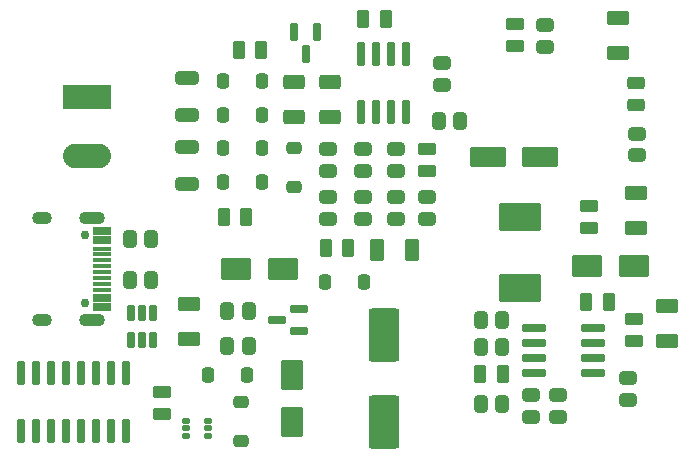
<source format=gts>
G04 #@! TF.GenerationSoftware,KiCad,Pcbnew,9.0.4*
G04 #@! TF.CreationDate,2025-10-03T12:39:18+02:00*
G04 #@! TF.ProjectId,Mini-EMS-ESP,4d696e69-2d45-44d5-932d-4553502e6b69,rev?*
G04 #@! TF.SameCoordinates,Original*
G04 #@! TF.FileFunction,Soldermask,Top*
G04 #@! TF.FilePolarity,Negative*
%FSLAX46Y46*%
G04 Gerber Fmt 4.6, Leading zero omitted, Abs format (unit mm)*
G04 Created by KiCad (PCBNEW 9.0.4) date 2025-10-03 12:39:18*
%MOMM*%
%LPD*%
G01*
G04 APERTURE LIST*
G04 Aperture macros list*
%AMRoundRect*
0 Rectangle with rounded corners*
0 $1 Rounding radius*
0 $2 $3 $4 $5 $6 $7 $8 $9 X,Y pos of 4 corners*
0 Add a 4 corners polygon primitive as box body*
4,1,4,$2,$3,$4,$5,$6,$7,$8,$9,$2,$3,0*
0 Add four circle primitives for the rounded corners*
1,1,$1+$1,$2,$3*
1,1,$1+$1,$4,$5*
1,1,$1+$1,$6,$7*
1,1,$1+$1,$8,$9*
0 Add four rect primitives between the rounded corners*
20,1,$1+$1,$2,$3,$4,$5,0*
20,1,$1+$1,$4,$5,$6,$7,0*
20,1,$1+$1,$6,$7,$8,$9,0*
20,1,$1+$1,$8,$9,$2,$3,0*%
G04 Aperture macros list end*
%ADD10O,1.700000X1.100000*%
%ADD11O,2.200000X1.100000*%
%ADD12RoundRect,0.050000X-0.725000X0.300000X-0.725000X-0.300000X0.725000X-0.300000X0.725000X0.300000X0*%
%ADD13RoundRect,0.050000X-0.725000X0.150000X-0.725000X-0.150000X0.725000X-0.150000X0.725000X0.150000X0*%
%ADD14C,0.750000*%
%ADD15RoundRect,0.274390X-0.475610X0.288110X-0.475610X-0.288110X0.475610X-0.288110X0.475610X0.288110X0*%
%ADD16RoundRect,0.175000X0.612500X0.175000X-0.612500X0.175000X-0.612500X-0.175000X0.612500X-0.175000X0*%
%ADD17RoundRect,0.275000X0.275000X0.500000X-0.275000X0.500000X-0.275000X-0.500000X0.275000X-0.500000X0*%
%ADD18RoundRect,0.275000X-0.500000X0.275000X-0.500000X-0.275000X0.500000X-0.275000X0.500000X0.275000X0*%
%ADD19RoundRect,0.250000X-0.250000X-0.400000X0.250000X-0.400000X0.250000X0.400000X-0.250000X0.400000X0*%
%ADD20RoundRect,0.275000X0.500000X-0.275000X0.500000X0.275000X-0.500000X0.275000X-0.500000X-0.275000X0*%
%ADD21RoundRect,0.050000X-1.980000X0.990000X-1.980000X-0.990000X1.980000X-0.990000X1.980000X0.990000X0*%
%ADD22O,4.060000X2.080000*%
%ADD23RoundRect,0.271739X0.678261X-0.353261X0.678261X0.353261X-0.678261X0.353261X-0.678261X-0.353261X0*%
%ADD24RoundRect,0.175000X-0.175000X0.850000X-0.175000X-0.850000X0.175000X-0.850000X0.175000X0.850000X0*%
%ADD25RoundRect,0.175000X-0.175000X0.612500X-0.175000X-0.612500X0.175000X-0.612500X0.175000X0.612500X0*%
%ADD26RoundRect,0.274390X-0.288110X-0.475610X0.288110X-0.475610X0.288110X0.475610X-0.288110X0.475610X0*%
%ADD27RoundRect,0.263889X-1.036111X-0.686111X1.036111X-0.686111X1.036111X0.686111X-1.036111X0.686111X0*%
%ADD28RoundRect,0.268750X-0.481250X0.268750X-0.481250X-0.268750X0.481250X-0.268750X0.481250X0.268750X0*%
%ADD29RoundRect,0.275000X-0.275000X-0.500000X0.275000X-0.500000X0.275000X0.500000X-0.275000X0.500000X0*%
%ADD30RoundRect,0.250000X0.250000X0.400000X-0.250000X0.400000X-0.250000X-0.400000X0.250000X-0.400000X0*%
%ADD31RoundRect,0.260638X1.539362X-0.964362X1.539362X0.964362X-1.539362X0.964362X-1.539362X-0.964362X0*%
%ADD32RoundRect,0.274390X0.288110X0.475610X-0.288110X0.475610X-0.288110X-0.475610X0.288110X-0.475610X0*%
%ADD33RoundRect,0.274390X0.475610X-0.288110X0.475610X0.288110X-0.475610X0.288110X-0.475610X-0.288110X0*%
%ADD34RoundRect,0.175000X-0.850000X-0.175000X0.850000X-0.175000X0.850000X0.175000X-0.850000X0.175000X0*%
%ADD35RoundRect,0.271739X-0.678261X0.353261X-0.678261X-0.353261X0.678261X-0.353261X0.678261X0.353261X0*%
%ADD36RoundRect,0.272222X0.652778X-0.340278X0.652778X0.340278X-0.652778X0.340278X-0.652778X-0.340278X0*%
%ADD37RoundRect,0.265625X-1.284375X-0.584375X1.284375X-0.584375X1.284375X0.584375X-1.284375X0.584375X0*%
%ADD38RoundRect,0.260000X1.040000X-1.990000X1.040000X1.990000X-1.040000X1.990000X-1.040000X-1.990000X0*%
%ADD39RoundRect,0.273809X0.726191X-0.301191X0.726191X0.301191X-0.726191X0.301191X-0.726191X-0.301191X0*%
%ADD40RoundRect,0.271739X0.353261X0.678261X-0.353261X0.678261X-0.353261X-0.678261X0.353261X-0.678261X0*%
%ADD41RoundRect,0.263889X-0.686111X1.036111X-0.686111X-1.036111X0.686111X-1.036111X0.686111X1.036111X0*%
%ADD42RoundRect,0.175000X-0.175000X0.537500X-0.175000X-0.537500X0.175000X-0.537500X0.175000X0.537500X0*%
%ADD43RoundRect,0.125000X0.250000X0.125000X-0.250000X0.125000X-0.250000X-0.125000X0.250000X-0.125000X0*%
%ADD44RoundRect,0.250000X-0.400000X0.250000X-0.400000X-0.250000X0.400000X-0.250000X0.400000X0.250000X0*%
G04 APERTURE END LIST*
D10*
X73826000Y-113032000D03*
D11*
X78006000Y-113032000D03*
D10*
X73826000Y-104392000D03*
D11*
X78006000Y-104392000D03*
D12*
X78921000Y-111937000D03*
X78921000Y-111162000D03*
D13*
X78921000Y-110462000D03*
X78921000Y-109962000D03*
X78921000Y-109462000D03*
X78921000Y-108962000D03*
X78921000Y-108462000D03*
X78921000Y-107962000D03*
X78921000Y-107462000D03*
X78921000Y-106962000D03*
D12*
X78921000Y-106262000D03*
X78921000Y-105487000D03*
D14*
X77476000Y-111602000D03*
X77476000Y-105822000D03*
D15*
X107696000Y-91289500D03*
X107696000Y-93114500D03*
D16*
X95552500Y-113980000D03*
X95552500Y-112080000D03*
X93677500Y-113030000D03*
D17*
X121788000Y-111506000D03*
X119888000Y-111506000D03*
D18*
X106426000Y-98491000D03*
X106426000Y-100391000D03*
X120142000Y-103317000D03*
X120142000Y-105217000D03*
D19*
X89155000Y-101303667D03*
X92455000Y-101303667D03*
D20*
X123952000Y-114803000D03*
X123952000Y-112903000D03*
D21*
X77597000Y-94136000D03*
D22*
X77597000Y-99136000D03*
D23*
X86233000Y-114632000D03*
X86233000Y-111682000D03*
D24*
X104648000Y-90489000D03*
X103378000Y-90489000D03*
X102108000Y-90489000D03*
X100838000Y-90489000D03*
X100838000Y-95439000D03*
X102108000Y-95439000D03*
X103378000Y-95439000D03*
X104648000Y-95439000D03*
D25*
X97089000Y-88597500D03*
X95189000Y-88597500D03*
X96139000Y-90472500D03*
D15*
X103759000Y-102592500D03*
X103759000Y-104417500D03*
D24*
X80899000Y-117478000D03*
X79629000Y-117478000D03*
X78359000Y-117478000D03*
X77089000Y-117478000D03*
X75819000Y-117478000D03*
X74549000Y-117478000D03*
X73279000Y-117478000D03*
X72009000Y-117478000D03*
X72009000Y-122428000D03*
X73279000Y-122428000D03*
X74549000Y-122428000D03*
X75819000Y-122428000D03*
X77089000Y-122428000D03*
X78359000Y-122428000D03*
X79629000Y-122428000D03*
X80899000Y-122428000D03*
D15*
X98044000Y-98528500D03*
X98044000Y-100353500D03*
D26*
X110974500Y-120142000D03*
X112799500Y-120142000D03*
D15*
X123444000Y-117959500D03*
X123444000Y-119784500D03*
D27*
X119920000Y-108458000D03*
X123920000Y-108458000D03*
D28*
X124104400Y-92940900D03*
X124104400Y-94815900D03*
D29*
X101031000Y-87565000D03*
X102931000Y-87565000D03*
D30*
X92455000Y-95631000D03*
X89155000Y-95631000D03*
D31*
X114300000Y-110340000D03*
X114300000Y-104290000D03*
D32*
X112799500Y-115316000D03*
X110974500Y-115316000D03*
D26*
X89511500Y-115189000D03*
X91336500Y-115189000D03*
D15*
X100965000Y-98528500D03*
X100965000Y-100353500D03*
X100965000Y-102592500D03*
X100965000Y-104417500D03*
D33*
X103759000Y-100353500D03*
X103759000Y-98528500D03*
D34*
X115508000Y-113665000D03*
X115508000Y-114935000D03*
X115508000Y-116205000D03*
X115508000Y-117475000D03*
X120458000Y-117475000D03*
X120458000Y-116205000D03*
X120458000Y-114935000D03*
X120458000Y-113665000D03*
D23*
X126746000Y-114759000D03*
X126746000Y-111809000D03*
D26*
X110974500Y-113030000D03*
X112799500Y-113030000D03*
D35*
X124079000Y-102284000D03*
X124079000Y-105234000D03*
D32*
X91313000Y-112268000D03*
X89488000Y-112268000D03*
D19*
X89155000Y-92794667D03*
X92455000Y-92794667D03*
D15*
X116433600Y-88038300D03*
X116433600Y-89863300D03*
D17*
X91120000Y-104267000D03*
X89220000Y-104267000D03*
D29*
X90490000Y-90170000D03*
X92390000Y-90170000D03*
D36*
X95123000Y-95823500D03*
X95123000Y-92898500D03*
D20*
X113842800Y-89850000D03*
X113842800Y-87950000D03*
D15*
X115189000Y-119356500D03*
X115189000Y-121181500D03*
D20*
X83947000Y-120965000D03*
X83947000Y-119065000D03*
D26*
X107418500Y-96139000D03*
X109243500Y-96139000D03*
D37*
X111592000Y-99187000D03*
X115992000Y-99187000D03*
D33*
X124155200Y-99058100D03*
X124155200Y-97233100D03*
D38*
X102743000Y-121683000D03*
X102743000Y-114283000D03*
D29*
X110937000Y-117602000D03*
X112837000Y-117602000D03*
D26*
X81233000Y-106172000D03*
X83058000Y-106172000D03*
D29*
X97856000Y-106934000D03*
X99756000Y-106934000D03*
D39*
X86106000Y-95690667D03*
X86106000Y-92540667D03*
D35*
X122555000Y-87474000D03*
X122555000Y-90424000D03*
D27*
X90202000Y-108712000D03*
X94202000Y-108712000D03*
D36*
X98171000Y-95823500D03*
X98171000Y-92898500D03*
D40*
X105107000Y-107061000D03*
X102157000Y-107061000D03*
D41*
X94996000Y-117634000D03*
X94996000Y-121634000D03*
D26*
X81233000Y-109601000D03*
X83058000Y-109601000D03*
D15*
X98044000Y-102592500D03*
X98044000Y-104417500D03*
D30*
X92455000Y-98467334D03*
X89155000Y-98467334D03*
D15*
X117475000Y-119356500D03*
X117475000Y-121181500D03*
D39*
X86106000Y-101481667D03*
X86106000Y-98331667D03*
D42*
X83246000Y-112400500D03*
X82296000Y-112400500D03*
X81346000Y-112400500D03*
X81346000Y-114675500D03*
X82296000Y-114675500D03*
X83246000Y-114675500D03*
D15*
X106426000Y-102617900D03*
X106426000Y-104442900D03*
D43*
X87879000Y-122839000D03*
X87879000Y-122189000D03*
X87879000Y-121539000D03*
X85979000Y-121539000D03*
X85979000Y-122189000D03*
X85979000Y-122839000D03*
D44*
X95123000Y-98426000D03*
X95123000Y-101726000D03*
X90678000Y-119965200D03*
X90678000Y-123265200D03*
D30*
X91159600Y-117703600D03*
X87859600Y-117703600D03*
X101065600Y-109778800D03*
X97765600Y-109778800D03*
M02*

</source>
